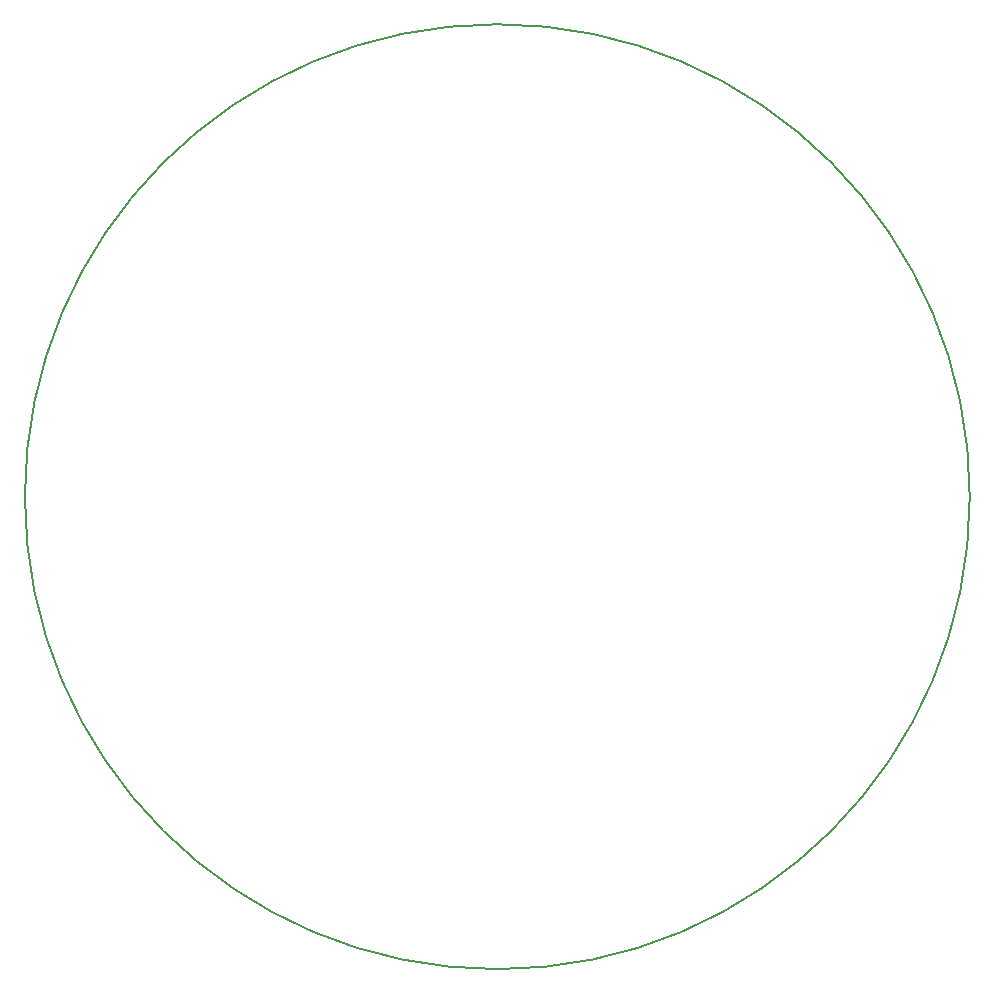
<source format=gbr>
%TF.GenerationSoftware,KiCad,Pcbnew,(7.0.0)*%
%TF.CreationDate,2023-03-13T12:44:09-05:00*%
%TF.ProjectId,GEM.No.Clear,47454d2e-4e6f-42e4-936c-6561722e6b69,rev?*%
%TF.SameCoordinates,Original*%
%TF.FileFunction,Profile,NP*%
%FSLAX46Y46*%
G04 Gerber Fmt 4.6, Leading zero omitted, Abs format (unit mm)*
G04 Created by KiCad (PCBNEW (7.0.0)) date 2023-03-13 12:44:09*
%MOMM*%
%LPD*%
G01*
G04 APERTURE LIST*
%TA.AperFunction,Profile*%
%ADD10C,0.200000*%
%TD*%
G04 APERTURE END LIST*
D10*
X167000000Y-101600000D02*
G75*
G03*
X167000000Y-101600000I-40000000J0D01*
G01*
M02*

</source>
